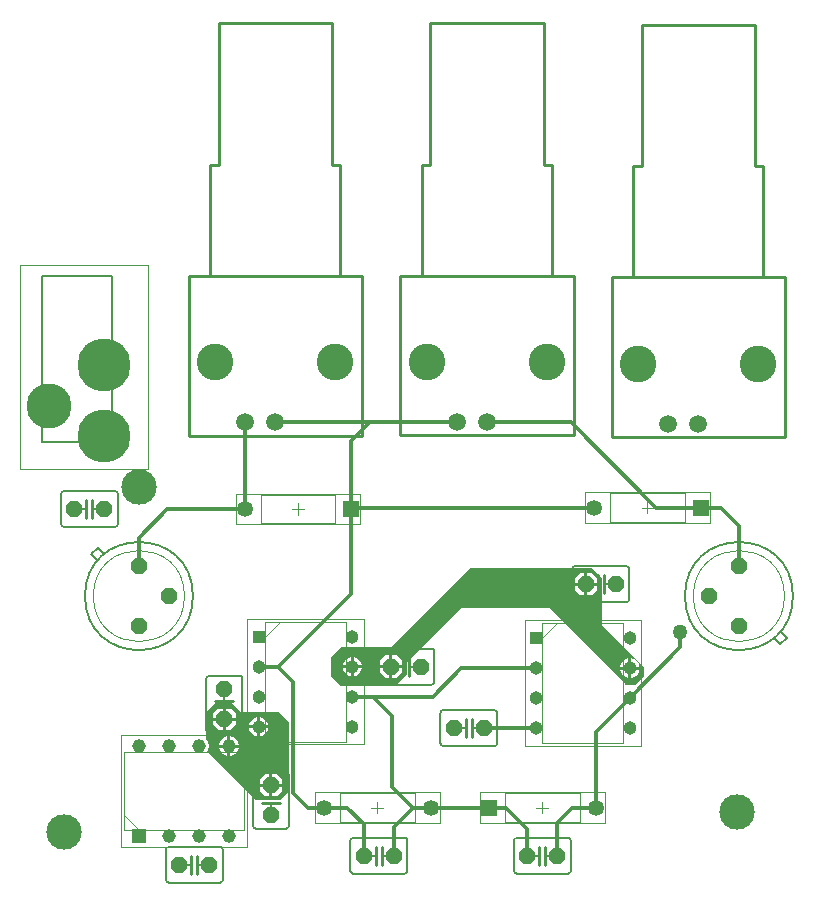
<source format=gbl>
G04*
G04 #@! TF.GenerationSoftware,Altium Limited,Altium Designer,21.2.2 (38)*
G04*
G04 Layer_Physical_Order=2*
G04 Layer_Color=16776960*
%FSLAX25Y25*%
%MOIN*%
G70*
G04*
G04 #@! TF.SameCoordinates,2C2DF465-67B0-4465-8F2B-43406C1D41F1*
G04*
G04*
G04 #@! TF.FilePolarity,Positive*
G04*
G01*
G75*
%ADD11C,0.00787*%
%ADD13C,0.01000*%
%ADD14C,0.00394*%
%ADD15C,0.00600*%
%ADD16C,0.00500*%
%ADD17C,0.00200*%
%ADD18C,0.00197*%
%ADD35C,0.01200*%
%ADD37P,0.06061X8X202.5*%
%ADD38P,0.06061X8X292.5*%
%ADD39R,0.04567X0.04567*%
%ADD40C,0.04567*%
%ADD41C,0.05315*%
%ADD42R,0.05315X0.05315*%
%ADD43P,0.05629X8X22.5*%
%ADD44R,0.04461X0.04461*%
%ADD45C,0.04461*%
%ADD46C,0.12205*%
%ADD47C,0.05906*%
%ADD48C,0.14961*%
%ADD49C,0.17717*%
%ADD50C,0.11811*%
%ADD51C,0.05000*%
G36*
X153500Y99500D02*
X166000D01*
X169369Y96131D01*
Y72869D01*
X166500Y70000D01*
X158500D01*
X142270Y86230D01*
X142560Y86733D01*
X142783Y87568D01*
Y88432D01*
X142560Y89267D01*
X142127Y90016D01*
X142000Y90144D01*
Y99500D01*
X145000Y102500D01*
X150500D01*
X153500Y99500D01*
D02*
G37*
G36*
X274000Y144000D02*
Y128500D01*
X288000Y114500D01*
X288000Y111500D01*
X285000Y108500D01*
X282000Y108500D01*
X256500Y134000D01*
X227000Y134000D01*
X209000Y116000D01*
X209000Y112000D01*
X205000Y108000D01*
X187000D01*
X183500Y111500D01*
Y117500D01*
X187000Y121000D01*
X203500D01*
X230000Y147500D01*
X270500D01*
X274000Y144000D01*
D02*
G37*
%LPC*%
G36*
X149900Y100800D02*
X148500D01*
Y97500D01*
X151800D01*
Y98900D01*
X149900Y100800D01*
D02*
G37*
G36*
X147500D02*
X146100D01*
X144200Y98900D01*
Y97500D01*
X147500D01*
Y100800D01*
D02*
G37*
G36*
X159874Y97710D02*
Y95000D01*
X162584D01*
X162384Y95747D01*
X161959Y96483D01*
X161357Y97085D01*
X160621Y97510D01*
X159874Y97710D01*
D02*
G37*
G36*
X158874D02*
X158127Y97510D01*
X157391Y97085D01*
X156789Y96483D01*
X156364Y95747D01*
X156164Y95000D01*
X158874D01*
Y97710D01*
D02*
G37*
G36*
X151800Y96500D02*
X148500D01*
Y93200D01*
X149900D01*
X151800Y95100D01*
Y96500D01*
D02*
G37*
G36*
X147500D02*
X144200D01*
Y95100D01*
X146100Y93200D01*
X147500D01*
Y96500D01*
D02*
G37*
G36*
X162584Y94000D02*
X159874D01*
Y91290D01*
X160621Y91490D01*
X161357Y91915D01*
X161959Y92516D01*
X162384Y93253D01*
X162584Y94000D01*
D02*
G37*
G36*
X158874D02*
X156164D01*
X156364Y93253D01*
X156789Y92516D01*
X157391Y91915D01*
X158127Y91490D01*
X158874Y91290D01*
Y94000D01*
D02*
G37*
G36*
X150000Y91265D02*
Y88500D01*
X152765D01*
X152560Y89267D01*
X152127Y90016D01*
X151516Y90627D01*
X150767Y91060D01*
X150000Y91265D01*
D02*
G37*
G36*
X149000D02*
X148233Y91060D01*
X147484Y90627D01*
X146873Y90016D01*
X146440Y89267D01*
X146235Y88500D01*
X149000D01*
Y91265D01*
D02*
G37*
G36*
X152765Y87500D02*
X150000D01*
Y84735D01*
X150767Y84940D01*
X151516Y85373D01*
X152127Y85984D01*
X152560Y86733D01*
X152765Y87500D01*
D02*
G37*
G36*
X149000D02*
X146235D01*
X146440Y86733D01*
X146873Y85984D01*
X147484Y85373D01*
X148233Y84940D01*
X149000Y84735D01*
Y87500D01*
D02*
G37*
G36*
X165400Y78800D02*
X164000D01*
Y75500D01*
X167300D01*
Y76900D01*
X165400Y78800D01*
D02*
G37*
G36*
X163000D02*
X161600D01*
X159700Y76900D01*
Y75500D01*
X163000D01*
Y78800D01*
D02*
G37*
G36*
X167300Y74500D02*
X164000D01*
Y71200D01*
X165400D01*
X167300Y73100D01*
Y74500D01*
D02*
G37*
G36*
X163000D02*
X159700D01*
Y73100D01*
X161600Y71200D01*
X163000D01*
Y74500D01*
D02*
G37*
G36*
X270400Y145800D02*
X269000D01*
Y142500D01*
X272300D01*
Y143900D01*
X270400Y145800D01*
D02*
G37*
G36*
X268000D02*
X266600D01*
X264700Y143900D01*
Y142500D01*
X268000D01*
Y145800D01*
D02*
G37*
G36*
X272300Y141500D02*
X269000D01*
Y138200D01*
X270400D01*
X272300Y140100D01*
Y141500D01*
D02*
G37*
G36*
X268000D02*
X264700D01*
Y140100D01*
X266600Y138200D01*
X268000D01*
Y141500D01*
D02*
G37*
G36*
X205400Y118300D02*
X204000D01*
Y115000D01*
X207300D01*
Y116400D01*
X205400Y118300D01*
D02*
G37*
G36*
X191126Y117710D02*
Y115000D01*
X193836D01*
X193636Y115747D01*
X193211Y116483D01*
X192609Y117085D01*
X191873Y117510D01*
X191126Y117710D01*
D02*
G37*
G36*
X190126D02*
X189379Y117510D01*
X188643Y117085D01*
X188041Y116483D01*
X187616Y115747D01*
X187416Y115000D01*
X190126D01*
Y117710D01*
D02*
G37*
G36*
X203000Y118300D02*
X201600D01*
X199700Y116400D01*
Y115000D01*
X203000D01*
Y118300D01*
D02*
G37*
G36*
X283626Y117210D02*
Y114500D01*
X286336D01*
X286136Y115247D01*
X285711Y115983D01*
X285109Y116585D01*
X284373Y117010D01*
X283626Y117210D01*
D02*
G37*
G36*
X282626D02*
X281879Y117010D01*
X281142Y116585D01*
X280541Y115983D01*
X280116Y115247D01*
X279916Y114500D01*
X282626D01*
Y117210D01*
D02*
G37*
G36*
X193836Y114000D02*
X191126D01*
Y111290D01*
X191873Y111490D01*
X192609Y111915D01*
X193211Y112517D01*
X193636Y113253D01*
X193836Y114000D01*
D02*
G37*
G36*
X190126D02*
X187416D01*
X187616Y113253D01*
X188041Y112517D01*
X188643Y111915D01*
X189379Y111490D01*
X190126Y111290D01*
Y114000D01*
D02*
G37*
G36*
X286336Y113500D02*
X283626D01*
Y110790D01*
X284373Y110990D01*
X285109Y111415D01*
X285711Y112017D01*
X286136Y112753D01*
X286336Y113500D01*
D02*
G37*
G36*
X282626D02*
X279916D01*
X280116Y112753D01*
X280541Y112017D01*
X281142Y111415D01*
X281879Y110990D01*
X282626Y110790D01*
Y113500D01*
D02*
G37*
G36*
X207300Y114000D02*
X204000D01*
Y110700D01*
X205400D01*
X207300Y112600D01*
Y114000D01*
D02*
G37*
G36*
X203000D02*
X199700D01*
Y112600D01*
X201600Y110700D01*
X203000D01*
Y114000D01*
D02*
G37*
%LPD*%
D11*
X87035Y244528D02*
X110658D01*
X87035Y189409D02*
Y244528D01*
Y189409D02*
X110658D01*
Y244528D01*
D13*
X104000Y167000D02*
Y170000D01*
Y164000D02*
Y167000D01*
X102000D02*
Y170000D01*
Y164000D02*
Y167000D01*
X160500Y71000D02*
X163500D01*
X166500D01*
X160500Y69000D02*
X163500D01*
X166500D01*
X137000Y45500D02*
Y48500D01*
Y51500D01*
X139000Y45500D02*
Y48500D01*
Y51500D01*
X255000D02*
Y54500D01*
Y48500D02*
Y51500D01*
X253000D02*
Y54500D01*
Y48500D02*
Y51500D01*
X230500Y94000D02*
Y97000D01*
Y91000D02*
Y94000D01*
X228500D02*
Y97000D01*
Y91000D02*
Y94000D01*
X274500Y142000D02*
Y145000D01*
Y139000D02*
Y142000D01*
X272500D02*
Y145000D01*
Y139000D02*
Y142000D01*
X200500Y51500D02*
Y54500D01*
Y48500D02*
Y51500D01*
X198500D02*
Y54500D01*
Y48500D02*
Y51500D01*
X145000Y103000D02*
X148000D01*
X151000D01*
X145000Y101000D02*
X148000D01*
X151000D01*
X207500Y111500D02*
Y114500D01*
Y117500D01*
X209500Y111500D02*
Y114500D01*
Y117500D01*
X143347Y281658D02*
X146102D01*
X183898D02*
X186653D01*
X146102Y328902D02*
X183898D01*
X186653Y244650D02*
Y281658D01*
X183898D02*
Y328902D01*
X146102Y281658D02*
Y328902D01*
X143347Y244650D02*
Y281658D01*
X136063Y191500D02*
Y244650D01*
Y191500D02*
X193937D01*
Y244650D01*
X136063D02*
X193937D01*
X213846Y281748D02*
X216602D01*
X254398D02*
X257154D01*
X216602Y328992D02*
X254398D01*
X257154Y244740D02*
Y281748D01*
X254398D02*
Y328992D01*
X216602Y281748D02*
Y328992D01*
X213846Y244740D02*
Y281748D01*
X206563Y191591D02*
Y244740D01*
Y191591D02*
X264437D01*
Y244740D01*
X206563D02*
X264437D01*
X277063Y244240D02*
X334937D01*
Y191091D02*
Y244240D01*
X277063Y191091D02*
X334937D01*
X277063D02*
Y244240D01*
X284347D02*
Y281248D01*
X287102D02*
Y328492D01*
X324898Y281248D02*
Y328492D01*
X327654Y244240D02*
Y281248D01*
X287102Y328492D02*
X324898D01*
Y281248D02*
X327654D01*
X284347D02*
X287102D01*
D14*
X114500Y60008D02*
Y85992D01*
X154500D01*
Y60008D02*
Y85992D01*
X114500Y60008D02*
X154500D01*
X114500Y65008D02*
X119500Y60008D01*
X266402Y62776D02*
Y72224D01*
X241598Y62776D02*
X266402D01*
X241598Y72224D02*
X266402D01*
X241598Y62776D02*
Y72224D01*
X254000Y129000D02*
X281000D01*
Y89000D02*
Y129000D01*
X254000Y89000D02*
X281000D01*
X254000D02*
Y129000D01*
Y124000D02*
X259000Y129000D01*
X276598Y162776D02*
Y172224D01*
X301402D01*
X276598Y162776D02*
X301402D01*
Y172224D01*
X160098Y162276D02*
Y171724D01*
X184902D01*
X160098Y162276D02*
X184902D01*
Y171724D01*
X161500Y124500D02*
X166500Y129500D01*
X161500Y89500D02*
Y129500D01*
Y89500D02*
X188500D01*
Y129500D01*
X161500D02*
X188500D01*
X211402Y62776D02*
Y72224D01*
X186598Y62776D02*
X211402D01*
X186598Y72224D02*
X211402D01*
X186598Y62776D02*
Y72224D01*
X252031Y67500D02*
X255968D01*
X254000Y65531D02*
Y69468D01*
X287032Y167500D02*
X290968D01*
X289000Y165532D02*
Y169468D01*
X170531Y167000D02*
X174469D01*
X172500Y165032D02*
Y168968D01*
X79850Y248465D02*
X122665D01*
X79850Y180354D02*
Y248465D01*
Y180354D02*
X122665D01*
Y248465D01*
X197031Y67500D02*
X200969Y67500D01*
X199000Y69468D02*
X199000Y65531D01*
D15*
X104500Y167000D02*
X106000D01*
X100000D02*
X101500D01*
X163500Y71500D02*
Y73000D01*
Y67000D02*
Y68500D01*
X135000Y48500D02*
X136500D01*
X139500D02*
X141000D01*
X255500Y51500D02*
X257000D01*
X251000D02*
X252500D01*
X231000Y94000D02*
X232500D01*
X226500D02*
X228000D01*
X275000Y142000D02*
X276500D01*
X270500D02*
X272000D01*
X201000Y51500D02*
X202500D01*
X196500D02*
X198000D01*
X148000Y103500D02*
Y105000D01*
Y99000D02*
Y100500D01*
X205500Y114500D02*
X207000D01*
X210000D02*
X211500D01*
X112500Y172000D02*
G03*
X111500Y173000I-1000J0D01*
G01*
X94500D02*
G03*
X93500Y172000I0J-1000D01*
G01*
X111500Y161000D02*
G03*
X112500Y162000I0J1000D01*
G01*
X93500D02*
G03*
X94500Y161000I1000J0D01*
G01*
X158500Y79500D02*
G03*
X157500Y78500I0J-1000D01*
G01*
Y61500D02*
G03*
X158500Y60500I1000J0D01*
G01*
X169500Y78500D02*
G03*
X168500Y79500I-1000J0D01*
G01*
Y60500D02*
G03*
X169500Y61500I0J1000D01*
G01*
X128500Y43500D02*
G03*
X129500Y42500I1000J0D01*
G01*
X146500D02*
G03*
X147500Y43500I0J1000D01*
G01*
X129500Y54500D02*
G03*
X128500Y53500I0J-1000D01*
G01*
X147500D02*
G03*
X146500Y54500I-1000J0D01*
G01*
X263500Y56500D02*
G03*
X262500Y57500I-1000J0D01*
G01*
X245500D02*
G03*
X244500Y56500I0J-1000D01*
G01*
X262500Y45500D02*
G03*
X263500Y46500I0J1000D01*
G01*
X244500D02*
G03*
X245500Y45500I1000J0D01*
G01*
X239000Y99000D02*
G03*
X238000Y100000I-1000J0D01*
G01*
X221000D02*
G03*
X220000Y99000I0J-1000D01*
G01*
X238000Y88000D02*
G03*
X239000Y89000I0J1000D01*
G01*
X220000D02*
G03*
X221000Y88000I1000J0D01*
G01*
X283000Y147000D02*
G03*
X282000Y148000I-1000J0D01*
G01*
X265000D02*
G03*
X264000Y147000I0J-1000D01*
G01*
X282000Y136000D02*
G03*
X283000Y137000I0J1000D01*
G01*
X264000D02*
G03*
X265000Y136000I1000J0D01*
G01*
X209000Y56500D02*
G03*
X208000Y57500I-1000J0D01*
G01*
X191000D02*
G03*
X190000Y56500I0J-1000D01*
G01*
X208000Y45500D02*
G03*
X209000Y46500I0J1000D01*
G01*
X190000D02*
G03*
X191000Y45500I1000J0D01*
G01*
X143000Y111500D02*
G03*
X142000Y110500I0J-1000D01*
G01*
Y93500D02*
G03*
X143000Y92500I1000J0D01*
G01*
X154000Y110500D02*
G03*
X153000Y111500I-1000J0D01*
G01*
Y92500D02*
G03*
X154000Y93500I0J1000D01*
G01*
X199000Y109500D02*
G03*
X200000Y108500I1000J0D01*
G01*
X217000D02*
G03*
X218000Y109500I0J1000D01*
G01*
X200000Y120500D02*
G03*
X199000Y119500I0J-1000D01*
G01*
X218000D02*
G03*
X217000Y120500I-1000J0D01*
G01*
X104000Y167000D02*
X104500D01*
X101500D02*
X102000D01*
X112500Y162000D02*
Y172000D01*
X93500Y162000D02*
Y172000D01*
X94500Y173000D02*
X111500D01*
X94500Y161000D02*
X111500D01*
X163500Y71000D02*
Y71500D01*
Y68500D02*
Y69000D01*
X158500Y79500D02*
X168500D01*
X158500Y60500D02*
X168500D01*
X157500Y61500D02*
Y78500D01*
X169500Y61500D02*
Y78500D01*
X136500Y48500D02*
X137000D01*
X139000D02*
X139500D01*
X128500Y43500D02*
Y53500D01*
X147500Y43500D02*
Y53500D01*
X129500Y42500D02*
X146500D01*
X129500Y54500D02*
X146500D01*
X245500Y57500D02*
X262500D01*
X245500Y45500D02*
X262500D01*
X263500Y46500D02*
Y56500D01*
X244500Y46500D02*
Y56500D01*
X255000Y51500D02*
X255500D01*
X252500D02*
X253000D01*
X230500Y94000D02*
X231000D01*
X228000D02*
X228500D01*
X239000Y89000D02*
Y99000D01*
X220000Y89000D02*
Y99000D01*
X221000Y100000D02*
X238000D01*
X221000Y88000D02*
X238000D01*
X274500Y142000D02*
X275000D01*
X272000D02*
X272500D01*
X283000Y137000D02*
Y147000D01*
X264000Y137000D02*
Y147000D01*
X265000Y148000D02*
X282000D01*
X265000Y136000D02*
X282000D01*
X191000Y57500D02*
X208000D01*
X191000Y45500D02*
X208000D01*
X209000Y46500D02*
Y56500D01*
X190000Y46500D02*
Y56500D01*
X200500Y51500D02*
X201000D01*
X198000D02*
X198500D01*
X142000Y93500D02*
Y110500D01*
X154000Y93500D02*
Y110500D01*
X143000Y111500D02*
X153000D01*
X143000Y92500D02*
X153000D01*
X148000Y103000D02*
Y103500D01*
Y100500D02*
Y101000D01*
X200000Y108500D02*
X217000D01*
X200000Y120500D02*
X217000D01*
X199000Y109500D02*
Y119500D01*
X218000Y109500D02*
Y119500D01*
X207000Y114500D02*
X207500D01*
X209500D02*
X210000D01*
D16*
X137500Y138000D02*
G03*
X137500Y138000I-18000J0D01*
G01*
X337500D02*
G03*
X337500Y138000I-18000J0D01*
G01*
X103600Y151900D02*
X105700Y149800D01*
Y154000D02*
X107800Y151900D01*
X103600D02*
X105700Y154000D01*
X333300Y126200D02*
X335400Y124100D01*
X331200D02*
X333300Y122000D01*
X335400Y124100D01*
D17*
X134700Y138000D02*
G03*
X134700Y138000I-15200J0D01*
G01*
X334700D02*
G03*
X334700Y138000I-15200J0D01*
G01*
D18*
X113516Y54240D02*
Y91760D01*
X155484D01*
Y54240D02*
Y91760D01*
X113516Y54240D02*
X155484D01*
X233232Y62382D02*
Y72618D01*
Y62382D02*
X274768D01*
X233232Y72618D02*
X274768D01*
Y62382D02*
Y72618D01*
X248035Y129984D02*
X286965D01*
Y88016D02*
Y129984D01*
X248035Y88016D02*
X286965D01*
X248035D02*
Y129984D01*
X309768Y162382D02*
Y172618D01*
X268232D02*
X309768D01*
X268232Y162382D02*
X309768D01*
X268232D02*
Y172618D01*
X193268Y161882D02*
Y172118D01*
X151732D02*
X193268D01*
X151732Y161882D02*
X193268D01*
X151732D02*
Y172118D01*
X155535Y88516D02*
Y130484D01*
Y88516D02*
X194465D01*
Y130484D01*
X155535D02*
X194465D01*
X178232Y62382D02*
X178232Y72618D01*
X178232Y62382D02*
X219768D01*
X178232Y72618D02*
X219768D01*
X219768Y62382D02*
X219768Y72618D01*
D35*
X190217Y167500D02*
Y189640D01*
Y167000D02*
Y167500D01*
X176000Y67500D02*
X181283D01*
X171000Y72500D02*
X176000Y67500D01*
X155000Y167217D02*
Y195878D01*
X300000Y120874D02*
Y126000D01*
X283126Y104000D02*
X300000Y120874D01*
X271716Y92591D02*
X283126Y104000D01*
X235500Y195968D02*
X263531D01*
X292000Y167500D02*
X306717D01*
X263531Y195968D02*
X292000Y167500D01*
X190217Y167000D02*
X190717Y167500D01*
X271283D01*
X306717D02*
X313500D01*
X319500Y161500D01*
Y148000D02*
Y161500D01*
X196500Y195923D02*
X225455D01*
X165045D02*
X196500D01*
X190217Y189640D02*
X196500Y195923D01*
X119500Y148000D02*
Y157500D01*
X129000Y167000D01*
X154783D01*
X166000Y114500D02*
X171000Y109500D01*
X190217Y138716D02*
Y167000D01*
X166000Y114500D02*
X190217Y138716D01*
X234500Y94000D02*
X251874D01*
X204000Y74500D02*
X211000Y67500D01*
X197500Y104500D02*
X204000Y98000D01*
Y74500D02*
Y98000D01*
X197500Y104500D02*
X217500D01*
X190626D02*
X197500D01*
X227000Y114000D02*
X251874D01*
X217500Y104500D02*
X227000Y114000D01*
X171000Y72500D02*
Y109500D01*
X181283Y67500D02*
X189000D01*
X159374Y114500D02*
X166000D01*
X194500Y51500D02*
Y62000D01*
X189000Y67500D02*
X194500Y62000D01*
X204500Y51500D02*
Y61000D01*
X211000Y67500D02*
X216717D01*
X204500Y61000D02*
X211000Y67500D01*
X216717D02*
X236283D01*
X242000D02*
X249000Y60500D01*
Y51500D02*
Y60500D01*
X236283Y67500D02*
X242000D01*
X259000Y62500D02*
X264000Y67500D01*
X271716D01*
X259000Y51500D02*
Y62500D01*
X271716Y67500D02*
Y92591D01*
D37*
X98000Y167000D02*
D03*
X108000D02*
D03*
X143000Y48500D02*
D03*
X133000D02*
D03*
X249000Y51500D02*
D03*
X259000D02*
D03*
X224500Y94000D02*
D03*
X234500D02*
D03*
X268500Y142000D02*
D03*
X278500D02*
D03*
X194500Y51500D02*
D03*
X204500D02*
D03*
X213500Y114500D02*
D03*
X203500D02*
D03*
D38*
X163500Y65000D02*
D03*
Y75000D02*
D03*
X148000Y97000D02*
D03*
Y107000D02*
D03*
D39*
X119500Y58000D02*
D03*
D40*
X129500D02*
D03*
X139500D02*
D03*
X149500D02*
D03*
Y88000D02*
D03*
X139500D02*
D03*
X129500D02*
D03*
X119500D02*
D03*
D41*
X271716Y67500D02*
D03*
X271283Y167500D02*
D03*
X154783Y167000D02*
D03*
X216717Y67500D02*
D03*
X181283D02*
D03*
D42*
X236283D02*
D03*
X306717Y167500D02*
D03*
X190217Y167000D02*
D03*
D43*
X119500Y148000D02*
D03*
X129500Y138000D02*
D03*
X119500Y128000D02*
D03*
X319500D02*
D03*
X309500Y138000D02*
D03*
X319500Y148000D02*
D03*
D44*
X251874Y124000D02*
D03*
X159374Y124500D02*
D03*
D45*
X251874Y114000D02*
D03*
Y104000D02*
D03*
Y94000D02*
D03*
X283126D02*
D03*
Y104000D02*
D03*
Y114000D02*
D03*
Y124000D02*
D03*
X190626Y124500D02*
D03*
Y114500D02*
D03*
Y104500D02*
D03*
Y94500D02*
D03*
X159374D02*
D03*
Y104500D02*
D03*
Y114500D02*
D03*
D46*
X145000Y215910D02*
D03*
X185000D02*
D03*
X215500Y216000D02*
D03*
X255500D02*
D03*
X326000Y215500D02*
D03*
X286000D02*
D03*
D47*
X165000Y195878D02*
D03*
X155000D02*
D03*
X235500Y195968D02*
D03*
X225500D02*
D03*
X296000Y195468D02*
D03*
X306000D02*
D03*
D48*
X89693Y201220D02*
D03*
D49*
X108000Y215000D02*
D03*
Y191378D02*
D03*
D50*
X119500Y174500D02*
D03*
X94500Y59500D02*
D03*
X319000Y66000D02*
D03*
D51*
X300000Y126000D02*
D03*
M02*

</source>
